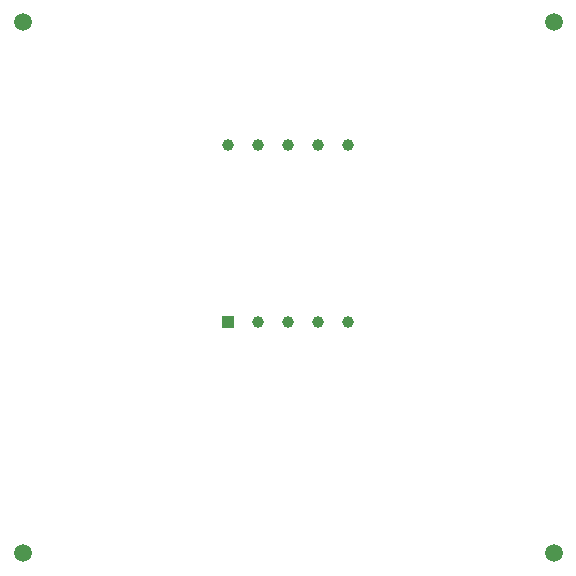
<source format=gbr>
G04*
G04 #@! TF.GenerationSoftware,Altium Limited,Altium Designer,23.8.1 (32)*
G04*
G04 Layer_Color=12632256*
%FSLAX44Y44*%
%MOMM*%
G71*
G04*
G04 #@! TF.SameCoordinates,4E8033DB-9698-49A7-8747-1B8CF0FAEC2F*
G04*
G04*
G04 #@! TF.FilePolarity,Positive*
G04*
G01*
G75*
%ADD18C,1.0000*%
%ADD19R,1.0000X1.0000*%
%ADD20C,1.5000*%
D18*
X198840Y370640D02*
D03*
X224240D02*
D03*
X249640D02*
D03*
X275040D02*
D03*
X300440D02*
D03*
Y220640D02*
D03*
X275040D02*
D03*
X249640D02*
D03*
X224240D02*
D03*
D19*
X198840D02*
D03*
D20*
X25000Y475000D02*
D03*
X475000Y25000D02*
D03*
X25000D02*
D03*
X475000Y475000D02*
D03*
M02*

</source>
